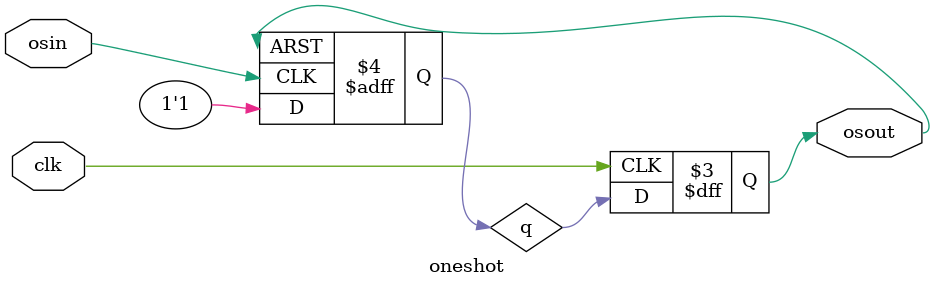
<source format=v>
module oneshot(osin,clk,osout);
    input osin;
    input clk;
    output osout;

	reg osout;
	reg q;

always @(posedge osin or posedge osout)
begin
	if(osout)
		q <= 0;
	else
		q <= 1;
end

always @(posedge clk)
begin
	osout <= q;
end


endmodule

</source>
